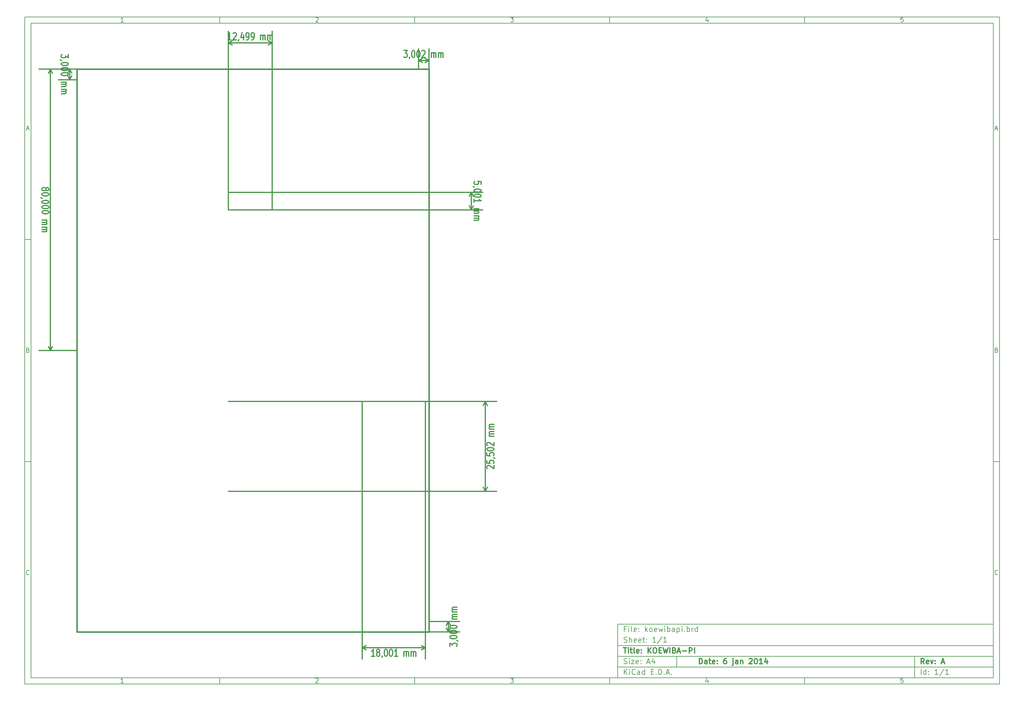
<source format=gbr>
G04 (created by PCBNEW-RS274X (2011-05-25)-stable) date Mo 06 Jan 2014 14:30:27 CET*
G01*
G70*
G90*
%MOIN*%
G04 Gerber Fmt 3.4, Leading zero omitted, Abs format*
%FSLAX34Y34*%
G04 APERTURE LIST*
%ADD10C,0.006000*%
%ADD11C,0.012000*%
%ADD12C,0.015000*%
G04 APERTURE END LIST*
G54D10*
X04000Y-04000D02*
X113000Y-04000D01*
X113000Y-78670D01*
X04000Y-78670D01*
X04000Y-04000D01*
X04700Y-04700D02*
X112300Y-04700D01*
X112300Y-77970D01*
X04700Y-77970D01*
X04700Y-04700D01*
X25800Y-04000D02*
X25800Y-04700D01*
X15043Y-04552D02*
X14757Y-04552D01*
X14900Y-04552D02*
X14900Y-04052D01*
X14852Y-04124D01*
X14805Y-04171D01*
X14757Y-04195D01*
X25800Y-78670D02*
X25800Y-77970D01*
X15043Y-78522D02*
X14757Y-78522D01*
X14900Y-78522D02*
X14900Y-78022D01*
X14852Y-78094D01*
X14805Y-78141D01*
X14757Y-78165D01*
X47600Y-04000D02*
X47600Y-04700D01*
X36557Y-04100D02*
X36581Y-04076D01*
X36629Y-04052D01*
X36748Y-04052D01*
X36795Y-04076D01*
X36819Y-04100D01*
X36843Y-04148D01*
X36843Y-04195D01*
X36819Y-04267D01*
X36533Y-04552D01*
X36843Y-04552D01*
X47600Y-78670D02*
X47600Y-77970D01*
X36557Y-78070D02*
X36581Y-78046D01*
X36629Y-78022D01*
X36748Y-78022D01*
X36795Y-78046D01*
X36819Y-78070D01*
X36843Y-78118D01*
X36843Y-78165D01*
X36819Y-78237D01*
X36533Y-78522D01*
X36843Y-78522D01*
X69400Y-04000D02*
X69400Y-04700D01*
X58333Y-04052D02*
X58643Y-04052D01*
X58476Y-04243D01*
X58548Y-04243D01*
X58595Y-04267D01*
X58619Y-04290D01*
X58643Y-04338D01*
X58643Y-04457D01*
X58619Y-04505D01*
X58595Y-04529D01*
X58548Y-04552D01*
X58405Y-04552D01*
X58357Y-04529D01*
X58333Y-04505D01*
X69400Y-78670D02*
X69400Y-77970D01*
X58333Y-78022D02*
X58643Y-78022D01*
X58476Y-78213D01*
X58548Y-78213D01*
X58595Y-78237D01*
X58619Y-78260D01*
X58643Y-78308D01*
X58643Y-78427D01*
X58619Y-78475D01*
X58595Y-78499D01*
X58548Y-78522D01*
X58405Y-78522D01*
X58357Y-78499D01*
X58333Y-78475D01*
X91200Y-04000D02*
X91200Y-04700D01*
X80395Y-04219D02*
X80395Y-04552D01*
X80276Y-04029D02*
X80157Y-04386D01*
X80467Y-04386D01*
X91200Y-78670D02*
X91200Y-77970D01*
X80395Y-78189D02*
X80395Y-78522D01*
X80276Y-77999D02*
X80157Y-78356D01*
X80467Y-78356D01*
X102219Y-04052D02*
X101981Y-04052D01*
X101957Y-04290D01*
X101981Y-04267D01*
X102029Y-04243D01*
X102148Y-04243D01*
X102195Y-04267D01*
X102219Y-04290D01*
X102243Y-04338D01*
X102243Y-04457D01*
X102219Y-04505D01*
X102195Y-04529D01*
X102148Y-04552D01*
X102029Y-04552D01*
X101981Y-04529D01*
X101957Y-04505D01*
X102219Y-78022D02*
X101981Y-78022D01*
X101957Y-78260D01*
X101981Y-78237D01*
X102029Y-78213D01*
X102148Y-78213D01*
X102195Y-78237D01*
X102219Y-78260D01*
X102243Y-78308D01*
X102243Y-78427D01*
X102219Y-78475D01*
X102195Y-78499D01*
X102148Y-78522D01*
X102029Y-78522D01*
X101981Y-78499D01*
X101957Y-78475D01*
X04000Y-28890D02*
X04700Y-28890D01*
X04231Y-16510D02*
X04469Y-16510D01*
X04184Y-16652D02*
X04350Y-16152D01*
X04517Y-16652D01*
X113000Y-28890D02*
X112300Y-28890D01*
X112531Y-16510D02*
X112769Y-16510D01*
X112484Y-16652D02*
X112650Y-16152D01*
X112817Y-16652D01*
X04000Y-53780D02*
X04700Y-53780D01*
X04386Y-41280D02*
X04457Y-41304D01*
X04481Y-41328D01*
X04505Y-41376D01*
X04505Y-41447D01*
X04481Y-41495D01*
X04457Y-41519D01*
X04410Y-41542D01*
X04219Y-41542D01*
X04219Y-41042D01*
X04386Y-41042D01*
X04433Y-41066D01*
X04457Y-41090D01*
X04481Y-41138D01*
X04481Y-41185D01*
X04457Y-41233D01*
X04433Y-41257D01*
X04386Y-41280D01*
X04219Y-41280D01*
X113000Y-53780D02*
X112300Y-53780D01*
X112686Y-41280D02*
X112757Y-41304D01*
X112781Y-41328D01*
X112805Y-41376D01*
X112805Y-41447D01*
X112781Y-41495D01*
X112757Y-41519D01*
X112710Y-41542D01*
X112519Y-41542D01*
X112519Y-41042D01*
X112686Y-41042D01*
X112733Y-41066D01*
X112757Y-41090D01*
X112781Y-41138D01*
X112781Y-41185D01*
X112757Y-41233D01*
X112733Y-41257D01*
X112686Y-41280D01*
X112519Y-41280D01*
X04505Y-66385D02*
X04481Y-66409D01*
X04410Y-66432D01*
X04362Y-66432D01*
X04290Y-66409D01*
X04243Y-66361D01*
X04219Y-66313D01*
X04195Y-66218D01*
X04195Y-66147D01*
X04219Y-66051D01*
X04243Y-66004D01*
X04290Y-65956D01*
X04362Y-65932D01*
X04410Y-65932D01*
X04481Y-65956D01*
X04505Y-65980D01*
X112805Y-66385D02*
X112781Y-66409D01*
X112710Y-66432D01*
X112662Y-66432D01*
X112590Y-66409D01*
X112543Y-66361D01*
X112519Y-66313D01*
X112495Y-66218D01*
X112495Y-66147D01*
X112519Y-66051D01*
X112543Y-66004D01*
X112590Y-65956D01*
X112662Y-65932D01*
X112710Y-65932D01*
X112781Y-65956D01*
X112805Y-65980D01*
G54D11*
X79443Y-76413D02*
X79443Y-75813D01*
X79586Y-75813D01*
X79671Y-75841D01*
X79729Y-75899D01*
X79757Y-75956D01*
X79786Y-76070D01*
X79786Y-76156D01*
X79757Y-76270D01*
X79729Y-76327D01*
X79671Y-76384D01*
X79586Y-76413D01*
X79443Y-76413D01*
X80300Y-76413D02*
X80300Y-76099D01*
X80271Y-76041D01*
X80214Y-76013D01*
X80100Y-76013D01*
X80043Y-76041D01*
X80300Y-76384D02*
X80243Y-76413D01*
X80100Y-76413D01*
X80043Y-76384D01*
X80014Y-76327D01*
X80014Y-76270D01*
X80043Y-76213D01*
X80100Y-76184D01*
X80243Y-76184D01*
X80300Y-76156D01*
X80500Y-76013D02*
X80729Y-76013D01*
X80586Y-75813D02*
X80586Y-76327D01*
X80614Y-76384D01*
X80672Y-76413D01*
X80729Y-76413D01*
X81157Y-76384D02*
X81100Y-76413D01*
X80986Y-76413D01*
X80929Y-76384D01*
X80900Y-76327D01*
X80900Y-76099D01*
X80929Y-76041D01*
X80986Y-76013D01*
X81100Y-76013D01*
X81157Y-76041D01*
X81186Y-76099D01*
X81186Y-76156D01*
X80900Y-76213D01*
X81443Y-76356D02*
X81471Y-76384D01*
X81443Y-76413D01*
X81414Y-76384D01*
X81443Y-76356D01*
X81443Y-76413D01*
X81443Y-76041D02*
X81471Y-76070D01*
X81443Y-76099D01*
X81414Y-76070D01*
X81443Y-76041D01*
X81443Y-76099D01*
X82443Y-75813D02*
X82329Y-75813D01*
X82272Y-75841D01*
X82243Y-75870D01*
X82186Y-75956D01*
X82157Y-76070D01*
X82157Y-76299D01*
X82186Y-76356D01*
X82214Y-76384D01*
X82272Y-76413D01*
X82386Y-76413D01*
X82443Y-76384D01*
X82472Y-76356D01*
X82500Y-76299D01*
X82500Y-76156D01*
X82472Y-76099D01*
X82443Y-76070D01*
X82386Y-76041D01*
X82272Y-76041D01*
X82214Y-76070D01*
X82186Y-76099D01*
X82157Y-76156D01*
X83214Y-76013D02*
X83214Y-76527D01*
X83185Y-76584D01*
X83128Y-76613D01*
X83100Y-76613D01*
X83214Y-75813D02*
X83185Y-75841D01*
X83214Y-75870D01*
X83242Y-75841D01*
X83214Y-75813D01*
X83214Y-75870D01*
X83757Y-76413D02*
X83757Y-76099D01*
X83728Y-76041D01*
X83671Y-76013D01*
X83557Y-76013D01*
X83500Y-76041D01*
X83757Y-76384D02*
X83700Y-76413D01*
X83557Y-76413D01*
X83500Y-76384D01*
X83471Y-76327D01*
X83471Y-76270D01*
X83500Y-76213D01*
X83557Y-76184D01*
X83700Y-76184D01*
X83757Y-76156D01*
X84043Y-76013D02*
X84043Y-76413D01*
X84043Y-76070D02*
X84071Y-76041D01*
X84129Y-76013D01*
X84214Y-76013D01*
X84271Y-76041D01*
X84300Y-76099D01*
X84300Y-76413D01*
X85014Y-75870D02*
X85043Y-75841D01*
X85100Y-75813D01*
X85243Y-75813D01*
X85300Y-75841D01*
X85329Y-75870D01*
X85357Y-75927D01*
X85357Y-75984D01*
X85329Y-76070D01*
X84986Y-76413D01*
X85357Y-76413D01*
X85728Y-75813D02*
X85785Y-75813D01*
X85842Y-75841D01*
X85871Y-75870D01*
X85900Y-75927D01*
X85928Y-76041D01*
X85928Y-76184D01*
X85900Y-76299D01*
X85871Y-76356D01*
X85842Y-76384D01*
X85785Y-76413D01*
X85728Y-76413D01*
X85671Y-76384D01*
X85642Y-76356D01*
X85614Y-76299D01*
X85585Y-76184D01*
X85585Y-76041D01*
X85614Y-75927D01*
X85642Y-75870D01*
X85671Y-75841D01*
X85728Y-75813D01*
X86499Y-76413D02*
X86156Y-76413D01*
X86328Y-76413D02*
X86328Y-75813D01*
X86271Y-75899D01*
X86213Y-75956D01*
X86156Y-75984D01*
X87013Y-76013D02*
X87013Y-76413D01*
X86870Y-75784D02*
X86727Y-76213D01*
X87099Y-76213D01*
G54D10*
X71043Y-77613D02*
X71043Y-77013D01*
X71386Y-77613D02*
X71129Y-77270D01*
X71386Y-77013D02*
X71043Y-77356D01*
X71643Y-77613D02*
X71643Y-77213D01*
X71643Y-77013D02*
X71614Y-77041D01*
X71643Y-77070D01*
X71671Y-77041D01*
X71643Y-77013D01*
X71643Y-77070D01*
X72272Y-77556D02*
X72243Y-77584D01*
X72157Y-77613D01*
X72100Y-77613D01*
X72015Y-77584D01*
X71957Y-77527D01*
X71929Y-77470D01*
X71900Y-77356D01*
X71900Y-77270D01*
X71929Y-77156D01*
X71957Y-77099D01*
X72015Y-77041D01*
X72100Y-77013D01*
X72157Y-77013D01*
X72243Y-77041D01*
X72272Y-77070D01*
X72786Y-77613D02*
X72786Y-77299D01*
X72757Y-77241D01*
X72700Y-77213D01*
X72586Y-77213D01*
X72529Y-77241D01*
X72786Y-77584D02*
X72729Y-77613D01*
X72586Y-77613D01*
X72529Y-77584D01*
X72500Y-77527D01*
X72500Y-77470D01*
X72529Y-77413D01*
X72586Y-77384D01*
X72729Y-77384D01*
X72786Y-77356D01*
X73329Y-77613D02*
X73329Y-77013D01*
X73329Y-77584D02*
X73272Y-77613D01*
X73158Y-77613D01*
X73100Y-77584D01*
X73072Y-77556D01*
X73043Y-77499D01*
X73043Y-77327D01*
X73072Y-77270D01*
X73100Y-77241D01*
X73158Y-77213D01*
X73272Y-77213D01*
X73329Y-77241D01*
X74072Y-77299D02*
X74272Y-77299D01*
X74358Y-77613D02*
X74072Y-77613D01*
X74072Y-77013D01*
X74358Y-77013D01*
X74615Y-77556D02*
X74643Y-77584D01*
X74615Y-77613D01*
X74586Y-77584D01*
X74615Y-77556D01*
X74615Y-77613D01*
X74901Y-77613D02*
X74901Y-77013D01*
X75044Y-77013D01*
X75129Y-77041D01*
X75187Y-77099D01*
X75215Y-77156D01*
X75244Y-77270D01*
X75244Y-77356D01*
X75215Y-77470D01*
X75187Y-77527D01*
X75129Y-77584D01*
X75044Y-77613D01*
X74901Y-77613D01*
X75501Y-77556D02*
X75529Y-77584D01*
X75501Y-77613D01*
X75472Y-77584D01*
X75501Y-77556D01*
X75501Y-77613D01*
X75758Y-77441D02*
X76044Y-77441D01*
X75701Y-77613D02*
X75901Y-77013D01*
X76101Y-77613D01*
X76301Y-77556D02*
X76329Y-77584D01*
X76301Y-77613D01*
X76272Y-77584D01*
X76301Y-77556D01*
X76301Y-77613D01*
G54D11*
X104586Y-76413D02*
X104386Y-76127D01*
X104243Y-76413D02*
X104243Y-75813D01*
X104471Y-75813D01*
X104529Y-75841D01*
X104557Y-75870D01*
X104586Y-75927D01*
X104586Y-76013D01*
X104557Y-76070D01*
X104529Y-76099D01*
X104471Y-76127D01*
X104243Y-76127D01*
X105071Y-76384D02*
X105014Y-76413D01*
X104900Y-76413D01*
X104843Y-76384D01*
X104814Y-76327D01*
X104814Y-76099D01*
X104843Y-76041D01*
X104900Y-76013D01*
X105014Y-76013D01*
X105071Y-76041D01*
X105100Y-76099D01*
X105100Y-76156D01*
X104814Y-76213D01*
X105300Y-76013D02*
X105443Y-76413D01*
X105585Y-76013D01*
X105814Y-76356D02*
X105842Y-76384D01*
X105814Y-76413D01*
X105785Y-76384D01*
X105814Y-76356D01*
X105814Y-76413D01*
X105814Y-76041D02*
X105842Y-76070D01*
X105814Y-76099D01*
X105785Y-76070D01*
X105814Y-76041D01*
X105814Y-76099D01*
X106528Y-76241D02*
X106814Y-76241D01*
X106471Y-76413D02*
X106671Y-75813D01*
X106871Y-76413D01*
G54D10*
X71014Y-76384D02*
X71100Y-76413D01*
X71243Y-76413D01*
X71300Y-76384D01*
X71329Y-76356D01*
X71357Y-76299D01*
X71357Y-76241D01*
X71329Y-76184D01*
X71300Y-76156D01*
X71243Y-76127D01*
X71129Y-76099D01*
X71071Y-76070D01*
X71043Y-76041D01*
X71014Y-75984D01*
X71014Y-75927D01*
X71043Y-75870D01*
X71071Y-75841D01*
X71129Y-75813D01*
X71271Y-75813D01*
X71357Y-75841D01*
X71614Y-76413D02*
X71614Y-76013D01*
X71614Y-75813D02*
X71585Y-75841D01*
X71614Y-75870D01*
X71642Y-75841D01*
X71614Y-75813D01*
X71614Y-75870D01*
X71843Y-76013D02*
X72157Y-76013D01*
X71843Y-76413D01*
X72157Y-76413D01*
X72614Y-76384D02*
X72557Y-76413D01*
X72443Y-76413D01*
X72386Y-76384D01*
X72357Y-76327D01*
X72357Y-76099D01*
X72386Y-76041D01*
X72443Y-76013D01*
X72557Y-76013D01*
X72614Y-76041D01*
X72643Y-76099D01*
X72643Y-76156D01*
X72357Y-76213D01*
X72900Y-76356D02*
X72928Y-76384D01*
X72900Y-76413D01*
X72871Y-76384D01*
X72900Y-76356D01*
X72900Y-76413D01*
X72900Y-76041D02*
X72928Y-76070D01*
X72900Y-76099D01*
X72871Y-76070D01*
X72900Y-76041D01*
X72900Y-76099D01*
X73614Y-76241D02*
X73900Y-76241D01*
X73557Y-76413D02*
X73757Y-75813D01*
X73957Y-76413D01*
X74414Y-76013D02*
X74414Y-76413D01*
X74271Y-75784D02*
X74128Y-76213D01*
X74500Y-76213D01*
X104243Y-77613D02*
X104243Y-77013D01*
X104786Y-77613D02*
X104786Y-77013D01*
X104786Y-77584D02*
X104729Y-77613D01*
X104615Y-77613D01*
X104557Y-77584D01*
X104529Y-77556D01*
X104500Y-77499D01*
X104500Y-77327D01*
X104529Y-77270D01*
X104557Y-77241D01*
X104615Y-77213D01*
X104729Y-77213D01*
X104786Y-77241D01*
X105072Y-77556D02*
X105100Y-77584D01*
X105072Y-77613D01*
X105043Y-77584D01*
X105072Y-77556D01*
X105072Y-77613D01*
X105072Y-77241D02*
X105100Y-77270D01*
X105072Y-77299D01*
X105043Y-77270D01*
X105072Y-77241D01*
X105072Y-77299D01*
X106129Y-77613D02*
X105786Y-77613D01*
X105958Y-77613D02*
X105958Y-77013D01*
X105901Y-77099D01*
X105843Y-77156D01*
X105786Y-77184D01*
X106814Y-76984D02*
X106300Y-77756D01*
X107329Y-77613D02*
X106986Y-77613D01*
X107158Y-77613D02*
X107158Y-77013D01*
X107101Y-77099D01*
X107043Y-77156D01*
X106986Y-77184D01*
G54D11*
X70957Y-74613D02*
X71300Y-74613D01*
X71129Y-75213D02*
X71129Y-74613D01*
X71500Y-75213D02*
X71500Y-74813D01*
X71500Y-74613D02*
X71471Y-74641D01*
X71500Y-74670D01*
X71528Y-74641D01*
X71500Y-74613D01*
X71500Y-74670D01*
X71700Y-74813D02*
X71929Y-74813D01*
X71786Y-74613D02*
X71786Y-75127D01*
X71814Y-75184D01*
X71872Y-75213D01*
X71929Y-75213D01*
X72215Y-75213D02*
X72157Y-75184D01*
X72129Y-75127D01*
X72129Y-74613D01*
X72671Y-75184D02*
X72614Y-75213D01*
X72500Y-75213D01*
X72443Y-75184D01*
X72414Y-75127D01*
X72414Y-74899D01*
X72443Y-74841D01*
X72500Y-74813D01*
X72614Y-74813D01*
X72671Y-74841D01*
X72700Y-74899D01*
X72700Y-74956D01*
X72414Y-75013D01*
X72957Y-75156D02*
X72985Y-75184D01*
X72957Y-75213D01*
X72928Y-75184D01*
X72957Y-75156D01*
X72957Y-75213D01*
X72957Y-74841D02*
X72985Y-74870D01*
X72957Y-74899D01*
X72928Y-74870D01*
X72957Y-74841D01*
X72957Y-74899D01*
X73700Y-75213D02*
X73700Y-74613D01*
X74043Y-75213D02*
X73786Y-74870D01*
X74043Y-74613D02*
X73700Y-74956D01*
X74414Y-74613D02*
X74528Y-74613D01*
X74586Y-74641D01*
X74643Y-74699D01*
X74671Y-74813D01*
X74671Y-75013D01*
X74643Y-75127D01*
X74586Y-75184D01*
X74528Y-75213D01*
X74414Y-75213D01*
X74357Y-75184D01*
X74300Y-75127D01*
X74271Y-75013D01*
X74271Y-74813D01*
X74300Y-74699D01*
X74357Y-74641D01*
X74414Y-74613D01*
X74929Y-74899D02*
X75129Y-74899D01*
X75215Y-75213D02*
X74929Y-75213D01*
X74929Y-74613D01*
X75215Y-74613D01*
X75415Y-74613D02*
X75558Y-75213D01*
X75672Y-74784D01*
X75786Y-75213D01*
X75929Y-74613D01*
X76158Y-75213D02*
X76158Y-74613D01*
X76644Y-74899D02*
X76730Y-74927D01*
X76758Y-74956D01*
X76787Y-75013D01*
X76787Y-75099D01*
X76758Y-75156D01*
X76730Y-75184D01*
X76672Y-75213D01*
X76444Y-75213D01*
X76444Y-74613D01*
X76644Y-74613D01*
X76701Y-74641D01*
X76730Y-74670D01*
X76758Y-74727D01*
X76758Y-74784D01*
X76730Y-74841D01*
X76701Y-74870D01*
X76644Y-74899D01*
X76444Y-74899D01*
X77015Y-75041D02*
X77301Y-75041D01*
X76958Y-75213D02*
X77158Y-74613D01*
X77358Y-75213D01*
X77558Y-74984D02*
X78015Y-74984D01*
X78301Y-75213D02*
X78301Y-74613D01*
X78529Y-74613D01*
X78587Y-74641D01*
X78615Y-74670D01*
X78644Y-74727D01*
X78644Y-74813D01*
X78615Y-74870D01*
X78587Y-74899D01*
X78529Y-74927D01*
X78301Y-74927D01*
X78901Y-75213D02*
X78901Y-74613D01*
G54D10*
X71243Y-72499D02*
X71043Y-72499D01*
X71043Y-72813D02*
X71043Y-72213D01*
X71329Y-72213D01*
X71557Y-72813D02*
X71557Y-72413D01*
X71557Y-72213D02*
X71528Y-72241D01*
X71557Y-72270D01*
X71585Y-72241D01*
X71557Y-72213D01*
X71557Y-72270D01*
X71929Y-72813D02*
X71871Y-72784D01*
X71843Y-72727D01*
X71843Y-72213D01*
X72385Y-72784D02*
X72328Y-72813D01*
X72214Y-72813D01*
X72157Y-72784D01*
X72128Y-72727D01*
X72128Y-72499D01*
X72157Y-72441D01*
X72214Y-72413D01*
X72328Y-72413D01*
X72385Y-72441D01*
X72414Y-72499D01*
X72414Y-72556D01*
X72128Y-72613D01*
X72671Y-72756D02*
X72699Y-72784D01*
X72671Y-72813D01*
X72642Y-72784D01*
X72671Y-72756D01*
X72671Y-72813D01*
X72671Y-72441D02*
X72699Y-72470D01*
X72671Y-72499D01*
X72642Y-72470D01*
X72671Y-72441D01*
X72671Y-72499D01*
X73414Y-72813D02*
X73414Y-72213D01*
X73471Y-72584D02*
X73642Y-72813D01*
X73642Y-72413D02*
X73414Y-72641D01*
X73986Y-72813D02*
X73928Y-72784D01*
X73900Y-72756D01*
X73871Y-72699D01*
X73871Y-72527D01*
X73900Y-72470D01*
X73928Y-72441D01*
X73986Y-72413D01*
X74071Y-72413D01*
X74128Y-72441D01*
X74157Y-72470D01*
X74186Y-72527D01*
X74186Y-72699D01*
X74157Y-72756D01*
X74128Y-72784D01*
X74071Y-72813D01*
X73986Y-72813D01*
X74671Y-72784D02*
X74614Y-72813D01*
X74500Y-72813D01*
X74443Y-72784D01*
X74414Y-72727D01*
X74414Y-72499D01*
X74443Y-72441D01*
X74500Y-72413D01*
X74614Y-72413D01*
X74671Y-72441D01*
X74700Y-72499D01*
X74700Y-72556D01*
X74414Y-72613D01*
X74900Y-72413D02*
X75014Y-72813D01*
X75128Y-72527D01*
X75243Y-72813D01*
X75357Y-72413D01*
X75586Y-72813D02*
X75586Y-72413D01*
X75586Y-72213D02*
X75557Y-72241D01*
X75586Y-72270D01*
X75614Y-72241D01*
X75586Y-72213D01*
X75586Y-72270D01*
X75872Y-72813D02*
X75872Y-72213D01*
X75872Y-72441D02*
X75929Y-72413D01*
X76043Y-72413D01*
X76100Y-72441D01*
X76129Y-72470D01*
X76158Y-72527D01*
X76158Y-72699D01*
X76129Y-72756D01*
X76100Y-72784D01*
X76043Y-72813D01*
X75929Y-72813D01*
X75872Y-72784D01*
X76672Y-72813D02*
X76672Y-72499D01*
X76643Y-72441D01*
X76586Y-72413D01*
X76472Y-72413D01*
X76415Y-72441D01*
X76672Y-72784D02*
X76615Y-72813D01*
X76472Y-72813D01*
X76415Y-72784D01*
X76386Y-72727D01*
X76386Y-72670D01*
X76415Y-72613D01*
X76472Y-72584D01*
X76615Y-72584D01*
X76672Y-72556D01*
X76958Y-72413D02*
X76958Y-73013D01*
X76958Y-72441D02*
X77015Y-72413D01*
X77129Y-72413D01*
X77186Y-72441D01*
X77215Y-72470D01*
X77244Y-72527D01*
X77244Y-72699D01*
X77215Y-72756D01*
X77186Y-72784D01*
X77129Y-72813D01*
X77015Y-72813D01*
X76958Y-72784D01*
X77501Y-72813D02*
X77501Y-72413D01*
X77501Y-72213D02*
X77472Y-72241D01*
X77501Y-72270D01*
X77529Y-72241D01*
X77501Y-72213D01*
X77501Y-72270D01*
X77787Y-72756D02*
X77815Y-72784D01*
X77787Y-72813D01*
X77758Y-72784D01*
X77787Y-72756D01*
X77787Y-72813D01*
X78073Y-72813D02*
X78073Y-72213D01*
X78073Y-72441D02*
X78130Y-72413D01*
X78244Y-72413D01*
X78301Y-72441D01*
X78330Y-72470D01*
X78359Y-72527D01*
X78359Y-72699D01*
X78330Y-72756D01*
X78301Y-72784D01*
X78244Y-72813D01*
X78130Y-72813D01*
X78073Y-72784D01*
X78616Y-72813D02*
X78616Y-72413D01*
X78616Y-72527D02*
X78644Y-72470D01*
X78673Y-72441D01*
X78730Y-72413D01*
X78787Y-72413D01*
X79244Y-72813D02*
X79244Y-72213D01*
X79244Y-72784D02*
X79187Y-72813D01*
X79073Y-72813D01*
X79015Y-72784D01*
X78987Y-72756D01*
X78958Y-72699D01*
X78958Y-72527D01*
X78987Y-72470D01*
X79015Y-72441D01*
X79073Y-72413D01*
X79187Y-72413D01*
X79244Y-72441D01*
X71014Y-73984D02*
X71100Y-74013D01*
X71243Y-74013D01*
X71300Y-73984D01*
X71329Y-73956D01*
X71357Y-73899D01*
X71357Y-73841D01*
X71329Y-73784D01*
X71300Y-73756D01*
X71243Y-73727D01*
X71129Y-73699D01*
X71071Y-73670D01*
X71043Y-73641D01*
X71014Y-73584D01*
X71014Y-73527D01*
X71043Y-73470D01*
X71071Y-73441D01*
X71129Y-73413D01*
X71271Y-73413D01*
X71357Y-73441D01*
X71614Y-74013D02*
X71614Y-73413D01*
X71871Y-74013D02*
X71871Y-73699D01*
X71842Y-73641D01*
X71785Y-73613D01*
X71700Y-73613D01*
X71642Y-73641D01*
X71614Y-73670D01*
X72385Y-73984D02*
X72328Y-74013D01*
X72214Y-74013D01*
X72157Y-73984D01*
X72128Y-73927D01*
X72128Y-73699D01*
X72157Y-73641D01*
X72214Y-73613D01*
X72328Y-73613D01*
X72385Y-73641D01*
X72414Y-73699D01*
X72414Y-73756D01*
X72128Y-73813D01*
X72899Y-73984D02*
X72842Y-74013D01*
X72728Y-74013D01*
X72671Y-73984D01*
X72642Y-73927D01*
X72642Y-73699D01*
X72671Y-73641D01*
X72728Y-73613D01*
X72842Y-73613D01*
X72899Y-73641D01*
X72928Y-73699D01*
X72928Y-73756D01*
X72642Y-73813D01*
X73099Y-73613D02*
X73328Y-73613D01*
X73185Y-73413D02*
X73185Y-73927D01*
X73213Y-73984D01*
X73271Y-74013D01*
X73328Y-74013D01*
X73528Y-73956D02*
X73556Y-73984D01*
X73528Y-74013D01*
X73499Y-73984D01*
X73528Y-73956D01*
X73528Y-74013D01*
X73528Y-73641D02*
X73556Y-73670D01*
X73528Y-73699D01*
X73499Y-73670D01*
X73528Y-73641D01*
X73528Y-73699D01*
X74585Y-74013D02*
X74242Y-74013D01*
X74414Y-74013D02*
X74414Y-73413D01*
X74357Y-73499D01*
X74299Y-73556D01*
X74242Y-73584D01*
X75270Y-73384D02*
X74756Y-74156D01*
X75785Y-74013D02*
X75442Y-74013D01*
X75614Y-74013D02*
X75614Y-73413D01*
X75557Y-73499D01*
X75499Y-73556D01*
X75442Y-73584D01*
X70300Y-71970D02*
X70300Y-77970D01*
X70300Y-71970D02*
X112300Y-71970D01*
X70300Y-71970D02*
X112300Y-71970D01*
X70300Y-74370D02*
X112300Y-74370D01*
X103500Y-75570D02*
X103500Y-77970D01*
X70300Y-76770D02*
X112300Y-76770D01*
X70300Y-75570D02*
X112300Y-75570D01*
X76900Y-75570D02*
X76900Y-76770D01*
G54D11*
X43134Y-75573D02*
X42791Y-75573D01*
X42963Y-75573D02*
X42961Y-74773D01*
X42904Y-74887D01*
X42847Y-74963D01*
X42790Y-75001D01*
X43476Y-75115D02*
X43418Y-75077D01*
X43390Y-75038D01*
X43361Y-74962D01*
X43360Y-74924D01*
X43389Y-74848D01*
X43417Y-74810D01*
X43475Y-74772D01*
X43589Y-74772D01*
X43646Y-74810D01*
X43675Y-74848D01*
X43703Y-74924D01*
X43704Y-74962D01*
X43676Y-75038D01*
X43647Y-75077D01*
X43590Y-75115D01*
X43476Y-75115D01*
X43418Y-75153D01*
X43390Y-75191D01*
X43361Y-75267D01*
X43361Y-75419D01*
X43390Y-75496D01*
X43419Y-75534D01*
X43477Y-75572D01*
X43591Y-75572D01*
X43648Y-75534D01*
X43676Y-75496D01*
X43704Y-75419D01*
X43704Y-75267D01*
X43676Y-75191D01*
X43647Y-75153D01*
X43590Y-75115D01*
X43990Y-75533D02*
X43990Y-75571D01*
X43962Y-75647D01*
X43933Y-75685D01*
X44360Y-74771D02*
X44417Y-74770D01*
X44474Y-74808D01*
X44503Y-74846D01*
X44532Y-74922D01*
X44561Y-75075D01*
X44561Y-75265D01*
X44533Y-75417D01*
X44504Y-75494D01*
X44476Y-75532D01*
X44419Y-75570D01*
X44362Y-75571D01*
X44305Y-75533D01*
X44275Y-75495D01*
X44247Y-75418D01*
X44218Y-75266D01*
X44218Y-75076D01*
X44246Y-74923D01*
X44274Y-74847D01*
X44303Y-74809D01*
X44360Y-74771D01*
X44931Y-74770D02*
X44988Y-74769D01*
X45045Y-74807D01*
X45074Y-74845D01*
X45103Y-74921D01*
X45132Y-75074D01*
X45132Y-75264D01*
X45104Y-75416D01*
X45075Y-75493D01*
X45046Y-75531D01*
X44990Y-75569D01*
X44933Y-75570D01*
X44875Y-75532D01*
X44846Y-75494D01*
X44818Y-75417D01*
X44789Y-75265D01*
X44789Y-75075D01*
X44817Y-74922D01*
X44845Y-74846D01*
X44874Y-74808D01*
X44931Y-74770D01*
X45704Y-75568D02*
X45361Y-75569D01*
X45533Y-75569D02*
X45531Y-74769D01*
X45474Y-74883D01*
X45417Y-74959D01*
X45360Y-74997D01*
X46418Y-75567D02*
X46417Y-75033D01*
X46417Y-75110D02*
X46445Y-75072D01*
X46503Y-75033D01*
X46588Y-75033D01*
X46645Y-75072D01*
X46674Y-75148D01*
X46675Y-75567D01*
X46674Y-75148D02*
X46703Y-75072D01*
X46760Y-75032D01*
X46845Y-75032D01*
X46903Y-75071D01*
X46931Y-75147D01*
X46932Y-75566D01*
X47218Y-75566D02*
X47217Y-75032D01*
X47217Y-75109D02*
X47245Y-75071D01*
X47303Y-75031D01*
X47388Y-75031D01*
X47445Y-75070D01*
X47474Y-75146D01*
X47475Y-75565D01*
X47474Y-75146D02*
X47503Y-75070D01*
X47560Y-75031D01*
X47645Y-75031D01*
X47703Y-75070D01*
X47731Y-75146D01*
X47732Y-75565D01*
X48819Y-74605D02*
X41732Y-74605D01*
X48819Y-47047D02*
X48819Y-75885D01*
X41732Y-47047D02*
X41732Y-75885D01*
X41732Y-74605D02*
X42175Y-74375D01*
X41732Y-74605D02*
X42175Y-74835D01*
X48819Y-74605D02*
X48376Y-74375D01*
X48819Y-74605D02*
X48376Y-74835D01*
X46395Y-07743D02*
X46766Y-07743D01*
X46566Y-08048D01*
X46652Y-08048D01*
X46709Y-08086D01*
X46738Y-08124D01*
X46766Y-08200D01*
X46766Y-08390D01*
X46738Y-08467D01*
X46709Y-08505D01*
X46652Y-08543D01*
X46480Y-08543D01*
X46423Y-08505D01*
X46395Y-08467D01*
X47051Y-08505D02*
X47051Y-08543D01*
X47023Y-08619D01*
X46994Y-08657D01*
X47423Y-07743D02*
X47480Y-07743D01*
X47537Y-07781D01*
X47566Y-07819D01*
X47595Y-07895D01*
X47623Y-08048D01*
X47623Y-08238D01*
X47595Y-08390D01*
X47566Y-08467D01*
X47537Y-08505D01*
X47480Y-08543D01*
X47423Y-08543D01*
X47366Y-08505D01*
X47337Y-08467D01*
X47309Y-08390D01*
X47280Y-08238D01*
X47280Y-08048D01*
X47309Y-07895D01*
X47337Y-07819D01*
X47366Y-07781D01*
X47423Y-07743D01*
X47994Y-07743D02*
X48051Y-07743D01*
X48108Y-07781D01*
X48137Y-07819D01*
X48166Y-07895D01*
X48194Y-08048D01*
X48194Y-08238D01*
X48166Y-08390D01*
X48137Y-08467D01*
X48108Y-08505D01*
X48051Y-08543D01*
X47994Y-08543D01*
X47937Y-08505D01*
X47908Y-08467D01*
X47880Y-08390D01*
X47851Y-08238D01*
X47851Y-08048D01*
X47880Y-07895D01*
X47908Y-07819D01*
X47937Y-07781D01*
X47994Y-07743D01*
X48422Y-07819D02*
X48451Y-07781D01*
X48508Y-07743D01*
X48651Y-07743D01*
X48708Y-07781D01*
X48737Y-07819D01*
X48765Y-07895D01*
X48765Y-07971D01*
X48737Y-08086D01*
X48394Y-08543D01*
X48765Y-08543D01*
X49479Y-08543D02*
X49479Y-08009D01*
X49479Y-08086D02*
X49507Y-08048D01*
X49565Y-08009D01*
X49650Y-08009D01*
X49707Y-08048D01*
X49736Y-08124D01*
X49736Y-08543D01*
X49736Y-08124D02*
X49765Y-08048D01*
X49822Y-08009D01*
X49907Y-08009D01*
X49965Y-08048D01*
X49993Y-08124D01*
X49993Y-08543D01*
X50279Y-08543D02*
X50279Y-08009D01*
X50279Y-08086D02*
X50307Y-08048D01*
X50365Y-08009D01*
X50450Y-08009D01*
X50507Y-08048D01*
X50536Y-08124D01*
X50536Y-08543D01*
X50536Y-08124D02*
X50565Y-08048D01*
X50622Y-08009D01*
X50707Y-08009D01*
X50765Y-08048D01*
X50793Y-08124D01*
X50793Y-08543D01*
X48031Y-08859D02*
X49213Y-08859D01*
X48031Y-09843D02*
X48031Y-07579D01*
X49213Y-09843D02*
X49213Y-07579D01*
X49213Y-08859D02*
X48770Y-09089D01*
X49213Y-08859D02*
X48770Y-08629D01*
X48031Y-08859D02*
X48474Y-09089D01*
X48031Y-08859D02*
X48474Y-08629D01*
X06380Y-23221D02*
X06418Y-23163D01*
X06457Y-23135D01*
X06533Y-23106D01*
X06571Y-23105D01*
X06647Y-23134D01*
X06685Y-23162D01*
X06723Y-23220D01*
X06723Y-23334D01*
X06685Y-23391D01*
X06647Y-23420D01*
X06571Y-23448D01*
X06533Y-23449D01*
X06457Y-23421D01*
X06418Y-23392D01*
X06380Y-23335D01*
X06380Y-23221D01*
X06342Y-23163D01*
X06304Y-23135D01*
X06228Y-23106D01*
X06076Y-23106D01*
X05999Y-23135D01*
X05961Y-23164D01*
X05923Y-23222D01*
X05923Y-23336D01*
X05961Y-23393D01*
X05999Y-23421D01*
X06076Y-23449D01*
X06228Y-23449D01*
X06304Y-23421D01*
X06342Y-23392D01*
X06380Y-23335D01*
X06724Y-23819D02*
X06724Y-23876D01*
X06686Y-23933D01*
X06648Y-23962D01*
X06572Y-23991D01*
X06419Y-24020D01*
X06229Y-24020D01*
X06077Y-23992D01*
X06000Y-23963D01*
X05962Y-23935D01*
X05924Y-23878D01*
X05924Y-23821D01*
X05962Y-23764D01*
X06000Y-23734D01*
X06077Y-23706D01*
X06229Y-23677D01*
X06419Y-23677D01*
X06572Y-23705D01*
X06648Y-23733D01*
X06686Y-23762D01*
X06724Y-23819D01*
X05963Y-24306D02*
X05925Y-24306D01*
X05849Y-24278D01*
X05811Y-24249D01*
X06725Y-24676D02*
X06726Y-24733D01*
X06688Y-24790D01*
X06650Y-24819D01*
X06574Y-24848D01*
X06421Y-24877D01*
X06231Y-24877D01*
X06079Y-24849D01*
X06002Y-24820D01*
X05964Y-24792D01*
X05926Y-24735D01*
X05925Y-24678D01*
X05963Y-24621D01*
X06001Y-24591D01*
X06078Y-24563D01*
X06230Y-24534D01*
X06420Y-24534D01*
X06573Y-24562D01*
X06649Y-24590D01*
X06687Y-24619D01*
X06725Y-24676D01*
X06726Y-25247D02*
X06727Y-25304D01*
X06689Y-25361D01*
X06651Y-25390D01*
X06575Y-25419D01*
X06422Y-25448D01*
X06232Y-25448D01*
X06080Y-25420D01*
X06003Y-25391D01*
X05965Y-25362D01*
X05927Y-25306D01*
X05926Y-25249D01*
X05964Y-25191D01*
X06002Y-25162D01*
X06079Y-25134D01*
X06231Y-25105D01*
X06421Y-25105D01*
X06574Y-25133D01*
X06650Y-25161D01*
X06688Y-25190D01*
X06726Y-25247D01*
X06727Y-25818D02*
X06727Y-25875D01*
X06690Y-25932D01*
X06652Y-25961D01*
X06576Y-25990D01*
X06423Y-26019D01*
X06233Y-26019D01*
X06081Y-25991D01*
X06004Y-25962D01*
X05966Y-25933D01*
X05927Y-25877D01*
X05927Y-25820D01*
X05965Y-25762D01*
X06003Y-25733D01*
X06080Y-25705D01*
X06232Y-25676D01*
X06422Y-25676D01*
X06575Y-25704D01*
X06651Y-25732D01*
X06689Y-25761D01*
X06727Y-25818D01*
X05929Y-26734D02*
X06463Y-26733D01*
X06386Y-26733D02*
X06424Y-26761D01*
X06463Y-26819D01*
X06463Y-26904D01*
X06424Y-26961D01*
X06348Y-26990D01*
X05929Y-26991D01*
X06348Y-26990D02*
X06424Y-27019D01*
X06464Y-27076D01*
X06464Y-27161D01*
X06425Y-27219D01*
X06349Y-27247D01*
X05930Y-27248D01*
X05930Y-27534D02*
X06464Y-27533D01*
X06387Y-27533D02*
X06425Y-27561D01*
X06465Y-27619D01*
X06465Y-27704D01*
X06426Y-27761D01*
X06350Y-27790D01*
X05931Y-27791D01*
X06350Y-27790D02*
X06426Y-27819D01*
X06465Y-27876D01*
X06465Y-27961D01*
X06426Y-28019D01*
X06350Y-28047D01*
X05931Y-28048D01*
X06891Y-09843D02*
X06891Y-41339D01*
X09843Y-09843D02*
X05611Y-09843D01*
X09843Y-41339D02*
X05611Y-41339D01*
X06891Y-41339D02*
X06661Y-40896D01*
X06891Y-41339D02*
X07121Y-40896D01*
X06891Y-09843D02*
X06661Y-10286D01*
X06891Y-09843D02*
X07121Y-10286D01*
X08888Y-08205D02*
X08889Y-08576D01*
X08583Y-08377D01*
X08584Y-08463D01*
X08546Y-08520D01*
X08508Y-08549D01*
X08432Y-08577D01*
X08242Y-08577D01*
X08165Y-08549D01*
X08127Y-08521D01*
X08089Y-08464D01*
X08088Y-08292D01*
X08126Y-08235D01*
X08164Y-08206D01*
X08127Y-08863D02*
X08089Y-08863D01*
X08013Y-08835D01*
X07975Y-08806D01*
X08890Y-09233D02*
X08890Y-09290D01*
X08852Y-09347D01*
X08814Y-09376D01*
X08738Y-09405D01*
X08585Y-09434D01*
X08395Y-09434D01*
X08243Y-09406D01*
X08166Y-09377D01*
X08128Y-09349D01*
X08090Y-09292D01*
X08090Y-09235D01*
X08128Y-09178D01*
X08166Y-09148D01*
X08243Y-09120D01*
X08395Y-09091D01*
X08585Y-09091D01*
X08738Y-09119D01*
X08814Y-09147D01*
X08852Y-09176D01*
X08890Y-09233D01*
X08891Y-09804D02*
X08891Y-09861D01*
X08853Y-09918D01*
X08815Y-09947D01*
X08739Y-09976D01*
X08586Y-10005D01*
X08396Y-10005D01*
X08244Y-09977D01*
X08167Y-09948D01*
X08129Y-09919D01*
X08091Y-09863D01*
X08091Y-09806D01*
X08129Y-09749D01*
X08167Y-09719D01*
X08244Y-09691D01*
X08396Y-09662D01*
X08586Y-09662D01*
X08739Y-09690D01*
X08815Y-09718D01*
X08853Y-09747D01*
X08891Y-09804D01*
X08892Y-10375D02*
X08892Y-10432D01*
X08854Y-10489D01*
X08816Y-10518D01*
X08740Y-10547D01*
X08587Y-10576D01*
X08397Y-10576D01*
X08245Y-10548D01*
X08168Y-10519D01*
X08130Y-10490D01*
X08092Y-10434D01*
X08092Y-10377D01*
X08130Y-10319D01*
X08168Y-10290D01*
X08245Y-10262D01*
X08397Y-10233D01*
X08587Y-10233D01*
X08740Y-10261D01*
X08816Y-10289D01*
X08854Y-10318D01*
X08892Y-10375D01*
X08093Y-11291D02*
X08627Y-11290D01*
X08550Y-11290D02*
X08589Y-11318D01*
X08628Y-11376D01*
X08628Y-11461D01*
X08589Y-11518D01*
X08513Y-11547D01*
X08094Y-11548D01*
X08513Y-11547D02*
X08589Y-11576D01*
X08628Y-11633D01*
X08628Y-11718D01*
X08589Y-11776D01*
X08513Y-11804D01*
X08094Y-11805D01*
X08095Y-12091D02*
X08629Y-12090D01*
X08552Y-12090D02*
X08590Y-12118D01*
X08629Y-12176D01*
X08629Y-12261D01*
X08590Y-12318D01*
X08514Y-12347D01*
X08095Y-12348D01*
X08514Y-12347D02*
X08590Y-12376D01*
X08629Y-12433D01*
X08630Y-12518D01*
X08591Y-12576D01*
X08515Y-12604D01*
X08096Y-12605D01*
X09056Y-09843D02*
X09056Y-11024D01*
X09843Y-09843D02*
X07776Y-09843D01*
X09843Y-11024D02*
X07776Y-11024D01*
X09056Y-11024D02*
X08826Y-10581D01*
X09056Y-11024D02*
X09286Y-10581D01*
X09056Y-09843D02*
X08826Y-10286D01*
X09056Y-09843D02*
X09286Y-10286D01*
X51538Y-74470D02*
X51539Y-74099D01*
X51843Y-74300D01*
X51844Y-74214D01*
X51882Y-74157D01*
X51920Y-74128D01*
X51996Y-74100D01*
X52186Y-74100D01*
X52263Y-74128D01*
X52301Y-74157D01*
X52339Y-74215D01*
X52338Y-74387D01*
X52300Y-74443D01*
X52262Y-74471D01*
X52301Y-73815D02*
X52339Y-73816D01*
X52415Y-73844D01*
X52453Y-73873D01*
X51540Y-73442D02*
X51540Y-73385D01*
X51578Y-73328D01*
X51616Y-73299D01*
X51692Y-73270D01*
X51845Y-73243D01*
X52035Y-73243D01*
X52187Y-73271D01*
X52264Y-73300D01*
X52302Y-73329D01*
X52340Y-73387D01*
X52340Y-73444D01*
X52302Y-73500D01*
X52264Y-73529D01*
X52187Y-73557D01*
X52035Y-73586D01*
X51845Y-73586D01*
X51692Y-73556D01*
X51616Y-73528D01*
X51578Y-73499D01*
X51540Y-73442D01*
X51541Y-72871D02*
X51541Y-72814D01*
X51579Y-72757D01*
X51617Y-72728D01*
X51693Y-72699D01*
X51846Y-72672D01*
X52036Y-72672D01*
X52188Y-72700D01*
X52265Y-72729D01*
X52303Y-72758D01*
X52341Y-72816D01*
X52341Y-72873D01*
X52303Y-72929D01*
X52265Y-72958D01*
X52188Y-72986D01*
X52036Y-73015D01*
X51846Y-73015D01*
X51693Y-72985D01*
X51617Y-72957D01*
X51579Y-72928D01*
X51541Y-72871D01*
X51542Y-72300D02*
X51542Y-72243D01*
X51580Y-72186D01*
X51618Y-72157D01*
X51694Y-72128D01*
X51847Y-72101D01*
X52037Y-72101D01*
X52189Y-72129D01*
X52266Y-72158D01*
X52304Y-72187D01*
X52342Y-72245D01*
X52342Y-72302D01*
X52304Y-72358D01*
X52266Y-72387D01*
X52189Y-72415D01*
X52037Y-72444D01*
X51847Y-72444D01*
X51694Y-72414D01*
X51618Y-72386D01*
X51580Y-72357D01*
X51542Y-72300D01*
X52343Y-71388D02*
X51809Y-71387D01*
X51886Y-71387D02*
X51849Y-71359D01*
X51810Y-71301D01*
X51810Y-71216D01*
X51849Y-71159D01*
X51925Y-71130D01*
X52344Y-71131D01*
X51925Y-71130D02*
X51849Y-71101D01*
X51810Y-71044D01*
X51810Y-70959D01*
X51849Y-70901D01*
X51925Y-70873D01*
X52344Y-70874D01*
X52345Y-70588D02*
X51811Y-70587D01*
X51888Y-70587D02*
X51850Y-70559D01*
X51811Y-70501D01*
X51811Y-70416D01*
X51850Y-70359D01*
X51926Y-70330D01*
X52345Y-70331D01*
X51926Y-70330D02*
X51850Y-70301D01*
X51811Y-70244D01*
X51812Y-70159D01*
X51851Y-70101D01*
X51927Y-70073D01*
X52346Y-70074D01*
X51378Y-72835D02*
X51378Y-71654D01*
X49213Y-72835D02*
X52658Y-72835D01*
X49213Y-71654D02*
X52658Y-71654D01*
X51378Y-71654D02*
X51608Y-72097D01*
X51378Y-71654D02*
X51148Y-72097D01*
X51378Y-72835D02*
X51608Y-72392D01*
X51378Y-72835D02*
X51148Y-72392D01*
X55748Y-54551D02*
X55710Y-54522D01*
X55672Y-54465D01*
X55672Y-54322D01*
X55710Y-54265D01*
X55748Y-54236D01*
X55824Y-54208D01*
X55900Y-54209D01*
X56015Y-54237D01*
X56472Y-54581D01*
X56472Y-54210D01*
X55673Y-53665D02*
X55673Y-53951D01*
X56054Y-53981D01*
X56016Y-53952D01*
X55978Y-53895D01*
X55978Y-53752D01*
X56016Y-53695D01*
X56054Y-53666D01*
X56130Y-53638D01*
X56320Y-53638D01*
X56397Y-53666D01*
X56435Y-53695D01*
X56473Y-53753D01*
X56473Y-53896D01*
X56435Y-53952D01*
X56397Y-53981D01*
X56436Y-53353D02*
X56474Y-53354D01*
X56550Y-53382D01*
X56588Y-53411D01*
X55675Y-52808D02*
X55674Y-53094D01*
X56055Y-53124D01*
X56017Y-53095D01*
X55979Y-53038D01*
X55980Y-52895D01*
X56018Y-52838D01*
X56056Y-52809D01*
X56132Y-52781D01*
X56322Y-52781D01*
X56399Y-52809D01*
X56437Y-52838D01*
X56475Y-52896D01*
X56474Y-53039D01*
X56436Y-53095D01*
X56398Y-53124D01*
X55675Y-52409D02*
X55676Y-52352D01*
X55714Y-52295D01*
X55752Y-52266D01*
X55828Y-52237D01*
X55981Y-52210D01*
X56171Y-52210D01*
X56323Y-52238D01*
X56400Y-52267D01*
X56438Y-52296D01*
X56476Y-52354D01*
X56475Y-52411D01*
X56437Y-52467D01*
X56399Y-52496D01*
X56322Y-52524D01*
X56170Y-52553D01*
X55980Y-52553D01*
X55827Y-52523D01*
X55751Y-52495D01*
X55713Y-52466D01*
X55675Y-52409D01*
X55752Y-51981D02*
X55714Y-51952D01*
X55676Y-51895D01*
X55677Y-51752D01*
X55715Y-51695D01*
X55753Y-51666D01*
X55829Y-51638D01*
X55905Y-51639D01*
X56020Y-51667D01*
X56476Y-52011D01*
X56477Y-51640D01*
X56478Y-50926D02*
X55944Y-50925D01*
X56021Y-50925D02*
X55983Y-50897D01*
X55944Y-50839D01*
X55944Y-50754D01*
X55983Y-50697D01*
X56059Y-50668D01*
X56478Y-50669D01*
X56059Y-50668D02*
X55983Y-50639D01*
X55945Y-50582D01*
X55945Y-50497D01*
X55984Y-50439D01*
X56060Y-50411D01*
X56479Y-50412D01*
X56479Y-50126D02*
X55945Y-50125D01*
X56022Y-50125D02*
X55984Y-50097D01*
X55946Y-50039D01*
X55946Y-49954D01*
X55985Y-49897D01*
X56061Y-49868D01*
X56480Y-49869D01*
X56061Y-49868D02*
X55985Y-49839D01*
X55946Y-49782D01*
X55946Y-49697D01*
X55985Y-49639D01*
X56061Y-49611D01*
X56480Y-49612D01*
X55512Y-57087D02*
X55512Y-47047D01*
X26772Y-57087D02*
X56792Y-57087D01*
X26772Y-47047D02*
X56792Y-47047D01*
X55512Y-47047D02*
X55742Y-47490D01*
X55512Y-47047D02*
X55282Y-47490D01*
X55512Y-57087D02*
X55742Y-56644D01*
X55512Y-57087D02*
X55282Y-56644D01*
X27090Y-06575D02*
X26747Y-06575D01*
X26919Y-06575D02*
X26919Y-05775D01*
X26862Y-05889D01*
X26804Y-05965D01*
X26747Y-06003D01*
X27318Y-05851D02*
X27347Y-05813D01*
X27404Y-05775D01*
X27547Y-05775D01*
X27604Y-05813D01*
X27633Y-05851D01*
X27661Y-05927D01*
X27661Y-06003D01*
X27633Y-06118D01*
X27290Y-06575D01*
X27661Y-06575D01*
X27946Y-06537D02*
X27946Y-06575D01*
X27918Y-06651D01*
X27889Y-06689D01*
X28461Y-06041D02*
X28461Y-06575D01*
X28318Y-05737D02*
X28175Y-06308D01*
X28547Y-06308D01*
X28803Y-06575D02*
X28918Y-06575D01*
X28975Y-06537D01*
X29003Y-06499D01*
X29061Y-06384D01*
X29089Y-06232D01*
X29089Y-05927D01*
X29061Y-05851D01*
X29032Y-05813D01*
X28975Y-05775D01*
X28861Y-05775D01*
X28803Y-05813D01*
X28775Y-05851D01*
X28746Y-05927D01*
X28746Y-06118D01*
X28775Y-06194D01*
X28803Y-06232D01*
X28861Y-06270D01*
X28975Y-06270D01*
X29032Y-06232D01*
X29061Y-06194D01*
X29089Y-06118D01*
X29374Y-06575D02*
X29489Y-06575D01*
X29546Y-06537D01*
X29574Y-06499D01*
X29632Y-06384D01*
X29660Y-06232D01*
X29660Y-05927D01*
X29632Y-05851D01*
X29603Y-05813D01*
X29546Y-05775D01*
X29432Y-05775D01*
X29374Y-05813D01*
X29346Y-05851D01*
X29317Y-05927D01*
X29317Y-06118D01*
X29346Y-06194D01*
X29374Y-06232D01*
X29432Y-06270D01*
X29546Y-06270D01*
X29603Y-06232D01*
X29632Y-06194D01*
X29660Y-06118D01*
X30374Y-06575D02*
X30374Y-06041D01*
X30374Y-06118D02*
X30402Y-06080D01*
X30460Y-06041D01*
X30545Y-06041D01*
X30602Y-06080D01*
X30631Y-06156D01*
X30631Y-06575D01*
X30631Y-06156D02*
X30660Y-06080D01*
X30717Y-06041D01*
X30802Y-06041D01*
X30860Y-06080D01*
X30888Y-06156D01*
X30888Y-06575D01*
X31174Y-06575D02*
X31174Y-06041D01*
X31174Y-06118D02*
X31202Y-06080D01*
X31260Y-06041D01*
X31345Y-06041D01*
X31402Y-06080D01*
X31431Y-06156D01*
X31431Y-06575D01*
X31431Y-06156D02*
X31460Y-06080D01*
X31517Y-06041D01*
X31602Y-06041D01*
X31660Y-06080D01*
X31688Y-06156D01*
X31688Y-06575D01*
X26772Y-06891D02*
X31693Y-06891D01*
X26772Y-25591D02*
X26772Y-05611D01*
X31693Y-25591D02*
X31693Y-05611D01*
X31693Y-06891D02*
X31250Y-07121D01*
X31693Y-06891D02*
X31250Y-06661D01*
X26772Y-06891D02*
X27215Y-07121D01*
X26772Y-06891D02*
X27215Y-06661D01*
X55049Y-22721D02*
X55048Y-22435D01*
X54667Y-22407D01*
X54705Y-22436D01*
X54743Y-22493D01*
X54744Y-22636D01*
X54706Y-22693D01*
X54668Y-22722D01*
X54592Y-22750D01*
X54402Y-22750D01*
X54325Y-22722D01*
X54287Y-22694D01*
X54249Y-22637D01*
X54248Y-22494D01*
X54286Y-22437D01*
X54324Y-22407D01*
X54287Y-23036D02*
X54249Y-23036D01*
X54173Y-23008D01*
X54135Y-22979D01*
X55050Y-23406D02*
X55050Y-23463D01*
X55012Y-23520D01*
X54974Y-23549D01*
X54898Y-23578D01*
X54745Y-23607D01*
X54555Y-23607D01*
X54403Y-23579D01*
X54326Y-23550D01*
X54288Y-23522D01*
X54250Y-23465D01*
X54250Y-23408D01*
X54288Y-23351D01*
X54326Y-23321D01*
X54403Y-23293D01*
X54555Y-23264D01*
X54745Y-23264D01*
X54898Y-23292D01*
X54974Y-23320D01*
X55012Y-23349D01*
X55050Y-23406D01*
X55051Y-23977D02*
X55051Y-24034D01*
X55013Y-24091D01*
X54975Y-24120D01*
X54899Y-24149D01*
X54746Y-24178D01*
X54556Y-24178D01*
X54404Y-24150D01*
X54327Y-24121D01*
X54289Y-24092D01*
X54251Y-24036D01*
X54251Y-23979D01*
X54289Y-23922D01*
X54327Y-23892D01*
X54404Y-23864D01*
X54556Y-23835D01*
X54746Y-23835D01*
X54899Y-23863D01*
X54975Y-23891D01*
X55013Y-23920D01*
X55051Y-23977D01*
X54252Y-24750D02*
X54252Y-24407D01*
X54252Y-24579D02*
X55052Y-24577D01*
X54938Y-24520D01*
X54862Y-24463D01*
X54824Y-24406D01*
X54253Y-25464D02*
X54787Y-25463D01*
X54710Y-25463D02*
X54749Y-25491D01*
X54788Y-25549D01*
X54788Y-25634D01*
X54749Y-25691D01*
X54673Y-25720D01*
X54254Y-25721D01*
X54673Y-25720D02*
X54749Y-25749D01*
X54788Y-25806D01*
X54788Y-25891D01*
X54749Y-25949D01*
X54673Y-25977D01*
X54254Y-25978D01*
X54255Y-26264D02*
X54789Y-26263D01*
X54712Y-26263D02*
X54750Y-26291D01*
X54789Y-26349D01*
X54789Y-26434D01*
X54750Y-26491D01*
X54674Y-26520D01*
X54255Y-26521D01*
X54674Y-26520D02*
X54750Y-26549D01*
X54789Y-26606D01*
X54790Y-26691D01*
X54751Y-26749D01*
X54675Y-26777D01*
X54256Y-26778D01*
X53936Y-23622D02*
X53936Y-25591D01*
X26772Y-23622D02*
X55216Y-23622D01*
X26772Y-25591D02*
X55216Y-25591D01*
X53936Y-25591D02*
X53706Y-25148D01*
X53936Y-25591D02*
X54166Y-25148D01*
X53936Y-23622D02*
X53706Y-24065D01*
X53936Y-23622D02*
X54166Y-24065D01*
G54D12*
X09843Y-72834D02*
X09843Y-09842D01*
X49213Y-72835D02*
X09843Y-72835D01*
X49213Y-09843D02*
X49213Y-72835D01*
X09843Y-09843D02*
X49213Y-09843D01*
M02*

</source>
